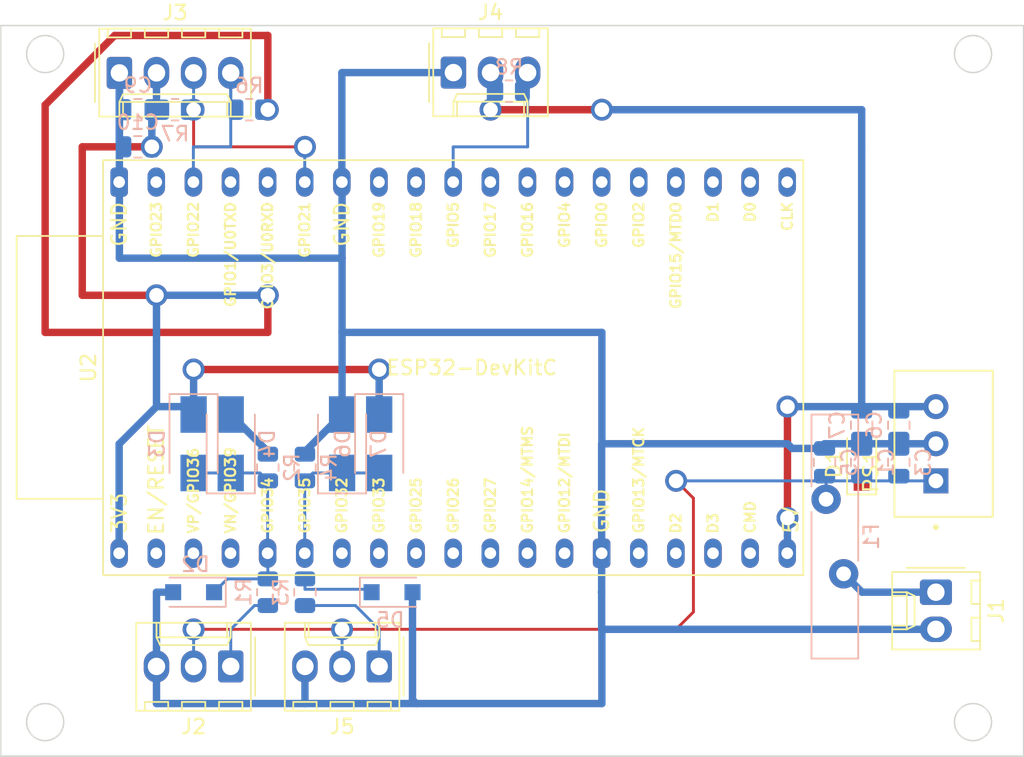
<source format=kicad_pcb>
(kicad_pcb (version 20211014) (generator pcbnew)
  (layers (0 "F.Cu" signal) (31 "B.Cu" signal) (34 "B.Paste" user) (35 "F.Paste" user) (36 "B.SilkS" user "B.Silkscreen") (37 "F.SilkS" user "F.Silkscreen") (38 "B.Mask" user) (39 "F.Mask" user) (44 "Edge.Cuts" user))
  (net 0 "")
  (net 1 "GND")
  (net 2 "/+5V")
  (net 3 "+3.3V")
  (net 4 "/AIN1")
  (net 5 "/VIN")
  (net 6 "/analog_in/AIN_LINE1")
  (net 7 "/I2C_SDA")
  (net 8 "/I2C_SCL")
  (net 30 "/1WIRE_DQ")
  (net 37 "/analog_in/AIN_LINE2")
  (net 39 "/AIN2")
  (net 40 "/VIN_PROTECTED")
  (footprint "Espressif:ESP32-DevKitC" (layer "F.Cu") (at 71.10204 78.61668 90)
    (fp_text reference "U2" (at 12.70368 -2.09728 90) (layer "F.SilkS"))
    (fp_text value "ESP32-DevKitC" (at 12.70368 24.13272) (layer "F.SilkS"))
    (fp_text user "D3" (at 1.27368 40.64272 90 unlocked) (layer "F.SilkS") (effects (font (size 0.7 0.7)) (justify left)))
    (fp_text user "GPIO26" (at 1.27368 22.86272 90 unlocked) (layer "F.SilkS") (effects (font (size 0.7 0.7)) (justify left)))
    (fp_text user "GPIO1/U0TXD" (at 24.13368 7.62272 90 unlocked) (layer "F.SilkS") (effects (font (size 0.7 0.7)) (justify right)))
    (fp_text user "GPIO5" (at 24.13368 22.86272 90 unlocked) (layer "F.SilkS") (effects (font (size 0.7 0.7)) (justify right)))
    (fp_text user "5V" (at 1.27 45.974 90 unlocked) (layer "F.SilkS") (effects (justify left)))
    (fp_text user "GPIO2" (at 24.13368 35.56272 90 unlocked) (layer "F.SilkS") (effects (font (size 0.7 0.7)) (justify right)))
    (fp_text user "GPIO33" (at 1.27368 17.78272 90 unlocked) (layer "F.SilkS") (effects (font (size 0.7 0.7)) (justify left)))
    (fp_text user "GPIO15/MTDO" (at 24.13368 38.10272 90 unlocked) (layer "F.SilkS") (effects (font (size 0.7 0.7)) (justify right)))
    (fp_text user "GPIO21" (at 24.13368 12.70272 90 unlocked) (layer "F.SilkS") (effects (font (size 0.7 0.7)) (justify right)))
    (fp_text user "GPIO23" (at 24.13368 2.54272 90 unlocked) (layer "F.SilkS") (effects (font (size 0.7 0.7)) (justify right)))
    (fp_text user "GPIO16" (at 24.13368 27.94272 90 unlocked) (layer "F.SilkS") (effects (font (size 0.7 0.7)) (justify right)))
    (fp_text user "GPIO12/MTDI" (at 1.27368 30.48272 90 unlocked) (layer "F.SilkS") (effects (font (size 0.7 0.7)) (justify left)))
    (fp_text user "GPIO25" (at 1.27368 20.32272 90 unlocked) (layer "F.SilkS") (effects (font (size 0.7 0.7)) (justify left)))
    (fp_text user "GPIO27" (at 1.27368 25.40272 90 unlocked) (layer "F.SilkS") (effects (font (size 0.7 0.7)) (justify left)))
    (fp_text user "3V3" (at 1.27368 0.00272 90 unlocked) (layer "F.SilkS") (effects (justify left)))
    (fp_text user "GPIO35" (at 1.27368 12.70272 90 unlocked) (layer "F.SilkS") (effects (font (size 0.7 0.7)) (justify left)))
    (fp_text user "GPIO18" (at 24.13368 20.32272 90 unlocked) (layer "F.SilkS") (effects (font (size 0.7 0.7)) (justify right)))
    (fp_text user "GND" (at 1.27368 33.02272 90 unlocked) (layer "F.SilkS") (effects (justify left)))
    (fp_text user "CMD" (at 1.27368 43.18272 90 unlocked) (layer "F.SilkS") (effects (font (size 0.7 0.7)) (justify left)))
    (fp_text user "GPIO32" (at 1.27368 15.24272 90 unlocked) (layer "F.SilkS") (effects (font (size 0.7 0.7)) (justify left)))
    (fp_text user "GPIO22" (at 24.13368 5.08272 90 unlocked) (layer "F.SilkS") (effects (font (size 0.7 0.7)) (justify right)))
    (fp_text user "D2" (at 1.27368 38.10272 90 unlocked) (layer "F.SilkS") (effects (font (size 0.7 0.7)) (justify left)))
    (fp_text user "GPIO13/MTCK" (at 1.27368 35.56272 90 unlocked) (layer "F.SilkS") (effects (font (size 0.7 0.7)) (justify left)))
    (fp_text user "EN/RESET" (at 8.89 2.54 90 unlocked) (layer "F.SilkS") (effects (justify right)))
    (fp_text user "GND" (at 24.13368 15.24272 90 unlocked) (layer "F.SilkS") (effects (justify right)))
    (fp_text user "D1" (at 24.13368 40.64272 90 unlocked) (layer "F.SilkS") (effects (font (size 0.7 0.7)) (justify right)))
    (fp_text user "GPIO14/MTMS" (at 1.27368 27.94272 90 unlocked) (layer "F.SilkS") (effects (font (size 0.7 0.7)) (justify left)))
    (fp_text user "CLK" (at 24.13368 45.72272 90 unlocked) (layer "F.SilkS") (effects (font (size 0.7 0.7)) (justify right)))
    (fp_text user "D0" (at 24.13368 43.18272 90 unlocked) (layer "F.SilkS") (effects (font (size 0.7 0.7)) (justify right)))
    (fp_text user "GPIO4" (at 24.13368 30.48272 90 unlocked) (layer "F.SilkS") (effects (font (size 0.7 0.7)) (justify right)))
    (fp_text user "GPIO0" (at 24.13368 33.02272 90 unlocked) (layer "F.SilkS") (effects (font (size 0.7 0.7)) (justify right)))
    (fp_text user "VP/GPIO36" (at 1.27368 5.08272 90 unlocked) (layer "F.SilkS") (effects (font (size 0.7 0.7)) (justify left)))
    (fp_text user "GPIO17" (at 24.13368 25.40272 90 unlocked) (layer "F.SilkS") (effects (font (size 0.7 0.7)) (justify right)))
    (fp_text user "GPIO3/U0RXD" (at 24.13368 10.16272 90 unlocked) (layer "F.SilkS") (effects (font (size 0.7 0.7)) (justify right)))
    (fp_text user "VN/GPIO39" (at 1.27368 7.62272 90 unlocked) (layer "F.SilkS") (effects (font (size 0.7 0.7)) (justify left)))
    (fp_text user "GPIO34" (at 1.27368 10.16272 90 unlocked) (layer "F.SilkS") (effects (font (size 0.7 0.7)) (justify left)))
    (fp_text user "GPIO19" (at 24.13368 17.78272 90 unlocked) (layer "F.SilkS") (effects (font (size 0.7 0.7)) (justify right)))
    (fp_text user "GND" (at 24.13368 0.00272 90 unlocked) (layer "F.SilkS") (effects (justify right)))
    (fp_line (start 3.7338 -1.1176) (end 3.7338 -7.0104) (layer "F.SilkS") (width 0.12))
    (fp_line (start -1.496319 -1.09728) (end -1.49632 46.82272) (layer "F.SilkS") (width 0.12))
    (fp_line (start 21.717 -7.0104) (end 21.717 -1.1176) (layer "F.SilkS") (width 0.12))
    (fp_line (start -1.49632 46.82272) (end 26.903679 46.82272) (layer "F.SilkS") (width 0.12))
    (fp_line (start 26.90368 -1.09728) (end -1.496319 -1.09728) (layer "F.SilkS") (width 0.12))
    (fp_line (start 26.903679 46.82272) (end 26.90368 -1.09728) (layer "F.SilkS") (width 0.12))
    (fp_line (start 3.7338 -7.0104) (end 21.717 -7.0104) (layer "F.SilkS") (width 0.12))
    (pad "1" thru_hole oval locked (at 0.00368 0.00272) (size 1.2 2) (drill 0.8) (layers *.Cu *.Mask) (net 3 "+3.3V"))
    (pad "2" thru_hole oval locked (at 0.00368 2.54272) (size 1.2 2) (drill 0.8) (layers *.Cu *.Mask))
    (pad "3" thru_hole oval locked (at 0.00368 5.08272) (size 1.2 2) (drill 0.8) (layers *.Cu *.Mask))
    (pad "4" thru_hole oval locked (at 0.00368 7.62272) (size 1.2 2) (drill 0.8) (layers *.Cu *.Mask))
    (pad "5" thru_hole oval locked (at 0.00368 10.16272) (size 1.2 2) (drill 0.8) (layers *.Cu *.Mask) (net 4 "/AIN1"))
    (pad "6" thru_hole oval locked (at 0.00368 12.70272) (size 1.2 2) (drill 0.8) (layers *.Cu *.Mask) (net 39 "/AIN2"))
    (pad "7" thru_hole oval locked (at 0.00368 15.24272) (size 1.2 2) (drill 0.8) (layers *.Cu *.Mask))
    (pad "8" thru_hole oval locked (at 0.00368 17.78272) (size 1.2 2) (drill 0.8) (layers *.Cu *.Mask))
    (pad "9" thru_hole oval locked (at 0.00368 20.32272) (size 1.2 2) (drill 0.8) (layers *.Cu *.Mask))
    (pad "10" thru_hole oval locked (at 0.00368 22.86272) (size 1.2 2) (drill 0.8) (layers *.Cu *.Mask))
    (pad "11" thru_hole oval locked (at 0.00368 25.40272) (size 1.2 2) (drill 0.8) (layers *.Cu *.Mask))
    (pad "12" thru_hole oval locked (at 0.00368 27.94272) (size 1.2 2) (drill 0.8) (layers *.Cu *.Mask))
    (pad "13" thru_hole oval locked (at 0.00368 30.48272) (size 1.2 2) (drill 0.8) (layers *.Cu *.Mask))
    (pad "14" thru_hole roundrect locked (at 0.00368 33.02272) (size 1.2 2) (drill 0.8) (layers *.Cu *.Mask) (net 1 "GND"))
    (pad "15" thru_hole oval locked (at 0.00368 35.56272) (size 1.2 2) (drill 0.8) (layers *.Cu *.Mask))
    (pad "16" thru_hole oval locked (at 0.00368 38.10272) (size 1.2 2) (drill 0.8) (layers *.Cu *.Mask))
    (pad "17" thru_hole oval locked (at 0.00368 40.64272) (size 1.2 2) (drill 0.8) (layers *.Cu *.Mask))
    (pad "18" thru_hole oval locked (at 0.00368 43.18272) (size 1.2 2) (drill 0.8) (layers *.Cu *.Mask))
    (pad "19" thru_hole oval locked (at 0.00368 45.72272) (size 1.2 2) (drill 0.8) (layers *.Cu *.Mask) (net 2 "/+5V"))
    (pad "20" thru_hole oval locked (at 25.4 45.72) (size 1.2 2) (drill 0.8) (layers *.Cu *.Mask))
    (pad "21" thru_hole oval locked (at 25.4 43.18) (size 1.2 2) (drill 0.8) (layers *.Cu *.Mask))
    (pad "22" thru_hole oval locked (at 25.40368 40.64272) (size 1.2 2) (drill 0.8) (layers *.Cu *.Mask))
    (pad "23" thru_hole oval locked (at 25.40368 38.10272) (size 1.2 2) (drill 0.8) (layers *.Cu *.Mask))
    (pad "24" thru_hole oval locked (at 25.40368 35.56272) (size 1.2 2) (drill 0.8) (layers *.Cu *.Mask))
    (pad "25" thru_hole oval locked (at 25.40368 33.02272) (size 1.2 2) (drill 0.8) (layers *.Cu *.Mask))
    (pad "26" thru_hole oval locked (at 25.40368 30.48272) (size 1.2 2) (drill 0.8) (layers *.Cu *.Mask))
    (pad "27" thru_hole oval locked (at 25.40368 27.94272) (size 1.2 2) (drill 0.8) (layers *.Cu *.Mask))
    (pad "28" thru_hole oval locked (at 25.40368 25.40272) (size 1.2 2) (drill 0.8) (layers *.Cu *.Mask))
    (pad "29" thru_hole oval locked (at 25.40368 22.86272) (size 1.2 2) (drill 0.8) (layers *.Cu *.Mask) (net 30 "/1WIRE_DQ"))
    (pad "30" thru_hole oval locked (at 25.40368 20.32272) (size 1.2 2) (drill 0.8) (layers *.Cu *.Mask))
    (pad "31" thru_hole oval locked (at 25.40368 17.78272) (size 1.2 2) (drill 0.8) (layers *.Cu *.Mask))
    (pad "32" thru_hole oval locked (at 25.40368 15.24272) (size 1.2 2) (drill 0.8) (layers *.Cu *.Mask) (net 1 "GND"))
    (pad "33" thru_hole oval locked (at 25.40368 12.70272) (size 1.2 2) (drill 0.8) (layers *.Cu *.Mask) (net 7 "/I2C_SDA"))
    (pad "34" thru_hole oval locked (at 25.40368 10.16272) (size 1.2 2) (drill 0.8) (layers *.Cu *.Mask))
    (pad "35" thru_hole oval locked (at 25.40368 7.62272) (size 1.2 2) (drill 0.8) (layers *.Cu *.Mask))
    (pad "36" thru_hole oval locked (at 25.40368 5.08272) (size 1.2 2) (drill 0.8) (layers *.Cu *.Mask) (net 8 "/I2C_SCL"))
    (pad "37" thru_hole oval locked (at 25.40368 2.54272) (size 1.2 2) (drill 0.8) (layers *.Cu *.Mask))
    (pad "38" thru_hole roundrect locked (at 25.40368 0.00272) (size 1.2 2) (drill 0.8) (layers *.Cu *.Mask) (net 1 "GND"))
  )
  (footprint "Connector_Molex:Molex_KK-254_AE-6410-03A_1x03_P2.54mm_Vertical" (layer "F.Cu") (at 88.9 86.36 180)
    (fp_text reference "J5" (at 2.54 -4.12) (layer "F.SilkS"))
    (fp_text value "Conn_01x04")
    (fp_line (start -1.38 2.99) (end 6.46 2.99) (layer "F.SilkS") (width 0.12))
    (fp_line (start 1.74 -3.03) (end 1.74 -2.43) (layer "F.SilkS") (width 0.12))
    (fp_line (start 6.46 2.99) (end 6.46 -3.03) (layer "F.SilkS") (width 0.12))
    (fp_line (start 0.8 -2.43) (end 0.8 -3.03) (layer "F.SilkS") (width 0.12))
    (fp_line (start -0.8 -2.43) (end 0.8 -2.43) (layer "F.SilkS") (width 0.12))
    (fp_line (start 6.46 -3.03) (end -1.38 -3.03) (layer "F.SilkS") (width 0.12))
    (fp_line (start 4.28 -3.03) (end 4.28 -2.43) (layer "F.SilkS") (width 0.12))
    (fp_line (start 4.28 -2.43) (end 5.88 -2.43) (layer "F.SilkS") (width 0.12))
    (fp_line (start 5.88 -2.43) (end 5.88 -3.03) (layer "F.SilkS") (width 0.12))
    (fp_line (start 4.83 1.46) (end 5.08 1.99) (layer "F.SilkS") (width 0.12))
    (fp_line (start 0 1.99) (end 5.08 1.99) (layer "F.SilkS") (width 0.12))
    (fp_line (start 0 1.99) (end 0.25 1.46) (layer "F.SilkS") (width 0.12))
    (fp_line (start 1.74 -2.43) (end 3.34 -2.43) (layer "F.SilkS") (width 0.12))
    (fp_line (start 3.34 -2.43) (end 3.34 -3.03) (layer "F.SilkS") (width 0.12))
    (fp_line (start 5.08 1.99) (end 5.08 2.99) (layer "F.SilkS") (width 0.12))
    (fp_line (start -0.8 -3.03) (end -0.8 -2.43) (layer "F.SilkS") (width 0.12))
    (fp_line (start 0 2.99) (end 0 1.99) (layer "F.SilkS") (width 0.12))
    (fp_line (start 0.25 1.46) (end 4.83 1.46) (layer "F.SilkS") (width 0.12))
    (fp_line (start 4.83 2.99) (end 4.83 1.99) (layer "F.SilkS") (width 0.12))
    (fp_line (start 0.25 2.99) (end 0.25 1.99) (layer "F.SilkS") (width 0.12))
    (fp_line (start -1.67 -2) (end -1.67 2) (layer "F.SilkS") (width 0.12))
    (fp_line (start -1.38 -3.03) (end -1.38 2.99) (layer "F.SilkS") (width 0.12))
    (pad "1" thru_hole roundrect (at 0 0 180) (size 1.74 2.19) (drill 1.19) (layers *.Cu *.Mask) (roundrect_rratio 0.143678) (net 37 "/analog_in/AIN_LINE2"))
    (pad "2" thru_hole oval (at 2.54 0 180) (size 1.74 2.19) (drill 1.19) (layers *.Cu *.Mask) (net 40 "/VIN_PROTECTED"))
    (pad "3" thru_hole oval (at 5.08 0 180) (size 1.74 2.19) (drill 1.19) (layers *.Cu *.Mask) (net 1 "GND"))
  )
  (footprint "Connector_Molex:Molex_KK-254_AE-6410-04A_1x04_P2.54mm_Vertical" (layer "F.Cu") (at 71.12 45.74)
    (fp_text reference "J3" (at 3.81 -4.12) (layer "F.SilkS"))
    (fp_text value "Conn_01x04")
    (fp_line (start 0.8 -2.43) (end 0.8 -3.03) (layer "F.SilkS") (width 0.12))
    (fp_line (start 6.82 -3.03) (end 6.82 -2.43) (layer "F.SilkS") (width 0.12))
    (fp_line (start -1.38 2.99) (end 9 2.99) (layer "F.SilkS") (width 0.12))
    (fp_line (start 9 2.99) (end 9 -3.03) (layer "F.SilkS") (width 0.12))
    (fp_line (start 8.42 -2.43) (end 8.42 -3.03) (layer "F.SilkS") (width 0.12))
    (fp_line (start 0.25 1.46) (end 7.37 1.46) (layer "F.SilkS") (width 0.12))
    (fp_line (start 0 1.99) (end 7.62 1.99) (layer "F.SilkS") (width 0.12))
    (fp_line (start -1.38 -3.03) (end -1.38 2.99) (layer "F.SilkS") (width 0.12))
    (fp_line (start -0.8 -2.43) (end 0.8 -2.43) (layer "F.SilkS") (width 0.12))
    (fp_line (start 5.88 -2.43) (end 5.88 -3.03) (layer "F.SilkS") (width 0.12))
    (fp_line (start 7.62 1.99) (end 7.62 2.99) (layer "F.SilkS") (width 0.12))
    (fp_line (start -1.67 -2) (end -1.67 2) (layer "F.SilkS") (width 0.12))
    (fp_line (start 7.37 2.99) (end 7.37 1.99) (layer "F.SilkS") (width 0.12))
    (fp_line (start 0 2.99) (end 0 1.99) (layer "F.SilkS") (width 0.12))
    (fp_line (start 3.34 -2.43) (end 3.34 -3.03) (layer "F.SilkS") (width 0.12))
    (fp_line (start 0 1.99) (end 0.25 1.46) (layer "F.SilkS") (width 0.12))
    (fp_line (start 1.74 -2.43) (end 3.34 -2.43) (layer "F.SilkS") (width 0.12))
    (fp_line (start 6.82 -2.43) (end 8.42 -2.43) (layer "F.SilkS") (width 0.12))
    (fp_line (start 4.28 -3.03) (end 4.28 -2.43) (layer "F.SilkS") (width 0.12))
    (fp_line (start 0.25 2.99) (end 0.25 1.99) (layer "F.SilkS") (width 0.12))
    (fp_line (start 4.28 -2.43) (end 5.88 -2.43) (layer "F.SilkS") (width 0.12))
    (fp_line (start -0.8 -3.03) (end -0.8 -2.43) (layer "F.SilkS") (width 0.12))
    (fp_line (start 9 -3.03) (end -1.38 -3.03) (layer "F.SilkS") (width 0.12))
    (fp_line (start 7.37 1.46) (end 7.62 1.99) (layer "F.SilkS") (width 0.12))
    (fp_line (start 1.74 -3.03) (end 1.74 -2.43) (layer "F.SilkS") (width 0.12))
    (pad "1" thru_hole roundrect (at 0 0) (size 1.74 2.19) (drill 1.19) (layers *.Cu *.Mask) (roundrect_rratio 0.143678) (net 1 "GND"))
    (pad "2" thru_hole oval (at 2.54 0) (size 1.74 2.19) (drill 1.19) (layers *.Cu *.Mask) (net 3 "+3.3V"))
    (pad "3" thru_hole oval (at 5.08 0) (size 1.74 2.19) (drill 1.19) (layers *.Cu *.Mask) (net 7 "/I2C_SDA"))
    (pad "4" thru_hole oval (at 7.62 0) (size 1.74 2.19) (drill 1.19) (layers *.Cu *.Mask) (net 8 "/I2C_SCL"))
  )
  (footprint "Diode_SMD:D_SOD-123F" (layer "F.Cu") (at 121.92 72.39 90)
    (fp_text reference "D1" (at -0.127 -1.905 90) (layer "F.SilkS"))
    (fp_text value "D_TVS_30V")
    (fp_line (start -2.2 -1) (end 1.65 -1) (layer "F.SilkS") (width 0.12))
    (fp_line (start -2.2 -1) (end -2.2 1) (layer "F.SilkS") (width 0.12))
    (fp_line (start -2.2 1) (end 1.65 1) (layer "F.SilkS") (width 0.12))
    (pad "1" smd rect (at -1.4 0 90) (size 1.1 1.1) (layers "F.Cu" "F.Paste" "F.Mask") (net 40 "/VIN_PROTECTED"))
    (pad "2" smd rect (at 1.4 0 90) (size 1.1 1.1) (layers "F.Cu" "F.Paste" "F.Mask") (net 1 "GND"))
  )
  (footprint "TPSM84205EAB:CONV_TPSM84205EAB" (layer "F.Cu") (at 127 71.12 90)
    (fp_text reference "PS1" (at -1.905 -4.445 90) (layer "F.SilkS"))
    (fp_text value "TPSM84205EAB")
    (fp_line (start -5 -2.84) (end -5 3.89) (layer "F.SilkS") (width 0.127))
    (fp_line (start -5 3.89) (end 5 3.89) (layer "F.SilkS") (width 0.127))
    (fp_line (start 5 3.89) (end 5 -2.84) (layer "F.SilkS") (width 0.127))
    (fp_line (start 5 -2.84) (end -5 -2.84) (layer "F.SilkS") (width 0.127))
    (fp_circle (center -5.715 0) (end -5.615 0) (layer "F.SilkS") (width 0.2) (fill none))
    (pad "1" thru_hole rect locked (at -2.54 0 90) (size 1.71 1.71) (drill 1.01) (layers *.Cu *.Mask) (net 40 "/VIN_PROTECTED"))
    (pad "2" thru_hole circle locked (at 0 0 90) (size 1.71 1.71) (drill 1.01) (layers *.Cu *.Mask) (net 1 "GND"))
    (pad "3" thru_hole circle locked (at 2.54 0 90) (size 1.71 1.71) (drill 1.01) (layers *.Cu *.Mask) (net 2 "/+5V"))
  )
  (footprint "Connector_Molex:Molex_KK-254_AE-6410-03A_1x03_P2.54mm_Vertical" (layer "F.Cu") (at 93.98 45.72)
    (fp_text reference "J4" (at 2.54 -4.12) (layer "F.SilkS"))
    (fp_text value "Conn_01x03")
    (fp_line (start 1.74 -2.43) (end 3.34 -2.43) (layer "F.SilkS") (width 0.12))
    (fp_line (start 0.25 1.46) (end 4.83 1.46) (layer "F.SilkS") (width 0.12))
    (fp_line (start -1.67 -2) (end -1.67 2) (layer "F.SilkS") (width 0.12))
    (fp_line (start 0 1.99) (end 5.08 1.99) (layer "F.SilkS") (width 0.12))
    (fp_line (start -0.8 -2.43) (end 0.8 -2.43) (layer "F.SilkS") (width 0.12))
    (fp_line (start -1.38 2.99) (end 6.46 2.99) (layer "F.SilkS") (width 0.12))
    (fp_line (start 5.08 1.99) (end 5.08 2.99) (layer "F.SilkS") (width 0.12))
    (fp_line (start 4.83 1.46) (end 5.08 1.99) (layer "F.SilkS") (width 0.12))
    (fp_line (start 4.28 -3.03) (end 4.28 -2.43) (layer "F.SilkS") (width 0.12))
    (fp_line (start -1.38 -3.03) (end -1.38 2.99) (layer "F.SilkS") (width 0.12))
    (fp_line (start 4.28 -2.43) (end 5.88 -2.43) (layer "F.SilkS") (width 0.12))
    (fp_line (start 0.25 2.99) (end 0.25 1.99) (layer "F.SilkS") (width 0.12))
    (fp_line (start 6.46 2.99) (end 6.46 -3.03) (layer "F.SilkS") (width 0.12))
    (fp_line (start 6.46 -3.03) (end -1.38 -3.03) (layer "F.SilkS") (width 0.12))
    (fp_line (start -0.8 -3.03) (end -0.8 -2.43) (layer "F.SilkS") (width 0.12))
    (fp_line (start 0 2.99) (end 0 1.99) (layer "F.SilkS") (width 0.12))
    (fp_line (start 4.83 2.99) (end 4.83 1.99) (layer "F.SilkS") (width 0.12))
    (fp_line (start 1.74 -3.03) (end 1.74 -2.43) (layer "F.SilkS") (width 0.12))
    (fp_line (start 3.34 -2.43) (end 3.34 -3.03) (layer "F.SilkS") (width 0.12))
    (fp_line (start 0 1.99) (end 0.25 1.46) (layer "F.SilkS") (width 0.12))
    (fp_line (start 0.8 -2.43) (end 0.8 -3.03) (layer "F.SilkS") (width 0.12))
    (fp_line (start 5.88 -2.43) (end 5.88 -3.03) (layer "F.SilkS") (width 0.12))
    (pad "1" thru_hole roundrect (at 0 0) (size 1.74 2.19) (drill 1.19) (layers *.Cu *.Mask) (roundrect_rratio 0.143678) (net 1 "GND"))
    (pad "2" thru_hole oval (at 2.54 0) (size 1.74 2.19) (drill 1.19) (layers *.Cu *.Mask) (net 2 "/+5V"))
    (pad "3" thru_hole oval (at 5.08 0) (size 1.74 2.19) (drill 1.19) (layers *.Cu *.Mask) (net 30 "/1WIRE_DQ"))
  )
  (footprint "Connector_Molex:Molex_KK-254_AE-6410-02A_1x02_P2.54mm_Vertical" (layer "F.Cu") (at 127 81.28 -90)
    (fp_text reference "J1" (at 1.27 -4.12 90) (layer "F.SilkS"))
    (fp_text value "Conn_01x02")
    (fp_line (start 3.34 -2.43) (end 3.34 -3.03) (layer "F.SilkS") (width 0.12))
    (fp_line (start -1.38 2.99) (end 3.92 2.99) (layer "F.SilkS") (width 0.12))
    (fp_line (start -0.8 -3.03) (end -0.8 -2.43) (layer "F.SilkS") (width 0.12))
    (fp_line (start 0 1.99) (end 2.54 1.99) (layer "F.SilkS") (width 0.12))
    (fp_line (start 2.29 2.99) (end 2.29 1.99) (layer "F.SilkS") (width 0.12))
    (fp_line (start 0 2.99) (end 0 1.99) (layer "F.SilkS") (width 0.12))
    (fp_line (start 0.25 1.46) (end 2.29 1.46) (layer "F.SilkS") (width 0.12))
    (fp_line (start 3.92 -3.03) (end -1.38 -3.03) (layer "F.SilkS") (width 0.12))
    (fp_line (start 2.29 1.46) (end 2.54 1.99) (layer "F.SilkS") (width 0.12))
    (fp_line (start 0.25 2.99) (end 0.25 1.99) (layer "F.SilkS") (width 0.12))
    (fp_line (start -1.67 -2) (end -1.67 2) (layer "F.SilkS") (width 0.12))
    (fp_line (start 2.54 1.99) (end 2.54 2.99) (layer "F.SilkS") (width 0.12))
    (fp_line (start -0.8 -2.43) (end 0.8 -2.43) (layer "F.SilkS") (width 0.12))
    (fp_line (start 3.92 2.99) (end 3.92 -3.03) (layer "F.SilkS") (width 0.12))
    (fp_line (start 1.74 -3.03) (end 1.74 -2.43) (layer "F.SilkS") (width 0.12))
    (fp_line (start 1.74 -2.43) (end 3.34 -2.43) (layer "F.SilkS") (width 0.12))
    (fp_line (start 0 1.99) (end 0.25 1.46) (layer "F.SilkS") (width 0.12))
    (fp_line (start 0.8 -2.43) (end 0.8 -3.03) (layer "F.SilkS") (width 0.12))
    (fp_line (start -1.38 -3.03) (end -1.38 2.99) (layer "F.SilkS") (width 0.12))
    (pad "1" thru_hole roundrect (at 0 0 270) (size 1.74 2.19) (drill 1.19) (layers *.Cu *.Mask) (roundrect_rratio 0.143678) (net 5 "/VIN"))
    (pad "2" thru_hole oval (at 2.54 0 270) (size 1.74 2.19) (drill 1.19) (layers *.Cu *.Mask) (net 1 "GND"))
  )
  (footprint "Connector_Molex:Molex_KK-254_AE-6410-03A_1x03_P2.54mm_Vertical" (layer "F.Cu") (at 78.74 86.36 180)
    (fp_text reference "J2" (at 2.54 -4.12) (layer "F.SilkS"))
    (fp_text value "Conn_01x04")
    (fp_line (start 5.08 1.99) (end 5.08 2.99) (layer "F.SilkS") (width 0.12))
    (fp_line (start -1.38 -3.03) (end -1.38 2.99) (layer "F.SilkS") (width 0.12))
    (fp_line (start 5.88 -2.43) (end 5.88 -3.03) (layer "F.SilkS") (width 0.12))
    (fp_line (start 1.74 -3.03) (end 1.74 -2.43) (layer "F.SilkS") (width 0.12))
    (fp_line (start 0 1.99) (end 5.08 1.99) (layer "F.SilkS") (width 0.12))
    (fp_line (start 4.83 1.46) (end 5.08 1.99) (layer "F.SilkS") (width 0.12))
    (fp_line (start -1.38 2.99) (end 6.46 2.99) (layer "F.SilkS") (width 0.12))
    (fp_line (start 6.46 -3.03) (end -1.38 -3.03) (layer "F.SilkS") (width 0.12))
    (fp_line (start -1.67 -2) (end -1.67 2) (layer "F.SilkS") (width 0.12))
    (fp_line (start -0.8 -3.03) (end -0.8 -2.43) (layer "F.SilkS") (width 0.12))
    (fp_line (start 6.46 2.99) (end 6.46 -3.03) (layer "F.SilkS") (width 0.12))
    (fp_line (start 0 2.99) (end 0 1.99) (layer "F.SilkS") (width 0.12))
    (fp_line (start 3.34 -2.43) (end 3.34 -3.03) (layer "F.SilkS") (width 0.12))
    (fp_line (start 4.28 -2.43) (end 5.88 -2.43) (layer "F.SilkS") (width 0.12))
    (fp_line (start 0.8 -2.43) (end 0.8 -3.03) (layer "F.SilkS") (width 0.12))
    (fp_line (start 1.74 -2.43) (end 3.34 -2.43) (layer "F.SilkS") (width 0.12))
    (fp_line (start 4.83 2.99) (end 4.83 1.99) (layer "F.SilkS") (width 0.12))
    (fp_line (start 0.25 2.99) (end 0.25 1.99) (layer "F.SilkS") (width 0.12))
    (fp_line (start 0 1.99) (end 0.25 1.46) (layer "F.SilkS") (width 0.12))
    (fp_line (start 4.28 -3.03) (end 4.28 -2.43) (layer "F.SilkS") (width 0.12))
    (fp_line (start 0.25 1.46) (end 4.83 1.46) (layer "F.SilkS") (width 0.12))
    (fp_line (start -0.8 -2.43) (end 0.8 -2.43) (layer "F.SilkS") (width 0.12))
    (pad "1" thru_hole roundrect (at 0 0 180) (size 1.74 2.19) (drill 1.19) (layers *.Cu *.Mask) (roundrect_rratio 0.143678) (net 6 "/analog_in/AIN_LINE1"))
    (pad "2" thru_hole oval (at 2.54 0 180) (size 1.74 2.19) (drill 1.19) (layers *.Cu *.Mask) (net 40 "/VIN_PROTECTED"))
    (pad "3" thru_hole oval (at 5.08 0 180) (size 1.74 2.19) (drill 1.19) (layers *.Cu *.Mask) (net 1 "GND"))
  )
  (footprint "Capacitor_SMD:C_0805_2012Metric" (layer "B.Cu") (at 124.46 72.39 90)
    (fp_text reference "C3" (at 0 1.68 90) (layer "B.SilkS") (effects (justify mirror)))
    (fp_text value "10uF/50V")
    (fp_line (start -0.261252 0.735) (end 0.261252 0.735) (layer "B.SilkS") (width 0.12))
    (fp_line (start -0.261252 -0.735) (end 0.261252 -0.735) (layer "B.SilkS") (width 0.12))
    (pad "1" smd roundrect (at -0.95 0 90) (size 1 1.45) (layers "B.Cu" "B.Paste" "B.Mask") (net 40 "/VIN_PROTECTED"))
    (pad "2" smd roundrect (at 0.95 0 90) (size 1 1.45) (layers "B.Cu" "B.Paste" "B.Mask") (net 1 "GND"))
  )
  (footprint "Resistor_SMD:R_0805_2012Metric" (layer "B.Cu") (at 81.28 72.7475 90)
    (fp_text reference "R2" (at 0 1.65 90) (layer "B.SilkS") (effects (justify mirror)))
    (fp_text value "680")
    (fp_line (start -0.227064 -0.735) (end 0.227064 -0.735) (layer "B.SilkS") (width 0.12))
    (fp_line (start -0.227064 0.735) (end 0.227064 0.735) (layer "B.SilkS") (width 0.12))
    (pad "1" smd roundrect (at -0.9125 0 90) (size 1.025 1.4) (layers "B.Cu" "B.Paste" "B.Mask") (roundrect_rratio 0.243902) (net 4 "/AIN1"))
    (pad "2" smd roundrect (at 0.9125 0 90) (size 1.025 1.4) (layers "B.Cu" "B.Paste" "B.Mask") (roundrect_rratio 0.243902) (net 1 "GND"))
  )
  (footprint "Capacitor_SMD:C_0805_2012Metric" (layer "B.Cu") (at 124.46 69.85 -90)
    (fp_text reference "C6" (at 0 1.68 90) (layer "B.SilkS") (effects (justify mirror)))
    (fp_text value "47uF")
    (fp_line (start -0.261252 0.735) (end 0.261252 0.735) (layer "B.SilkS") (width 0.12))
    (fp_line (start -0.261252 -0.735) (end 0.261252 -0.735) (layer "B.SilkS") (width 0.12))
    (pad "1" smd roundrect (at -0.95 0 270) (size 1 1.45) (layers "B.Cu" "B.Paste" "B.Mask") (net 2 "/+5V"))
    (pad "2" smd roundrect (at 0.95 0 270) (size 1 1.45) (layers "B.Cu" "B.Paste" "B.Mask") (net 1 "GND"))
  )
  (footprint "Capacitor_SMD:C_0805_2012Metric" (layer "B.Cu") (at 121.92 69.85 -90)
    (fp_text reference "C7" (at 0 1.68 90) (layer "B.SilkS") (effects (justify mirror)))
    (fp_text value "47uF")
    (fp_line (start -0.261252 0.735) (end 0.261252 0.735) (layer "B.SilkS") (width 0.12))
    (fp_line (start -0.261252 -0.735) (end 0.261252 -0.735) (layer "B.SilkS") (width 0.12))
    (pad "1" smd roundrect (at -0.95 0 270) (size 1 1.45) (layers "B.Cu" "B.Paste" "B.Mask") (net 2 "/+5V"))
    (pad "2" smd roundrect (at 0.95 0 270) (size 1 1.45) (layers "B.Cu" "B.Paste" "B.Mask") (net 1 "GND"))
  )
  (footprint "Resistor_SMD:R_0805_2012Metric" (layer "B.Cu") (at 83.82 72.7475 90)
    (fp_text reference "R4" (at 0 1.65 90) (layer "B.SilkS") (effects (justify mirror)))
    (fp_text value "680")
    (fp_line (start -0.227064 -0.735) (end 0.227064 -0.735) (layer "B.SilkS") (width 0.12))
    (fp_line (start -0.227064 0.735) (end 0.227064 0.735) (layer "B.SilkS") (width 0.12))
    (pad "1" smd roundrect (at -0.9125 0 90) (size 1.025 1.4) (layers "B.Cu" "B.Paste" "B.Mask") (roundrect_rratio 0.243902) (net 39 "/AIN2"))
    (pad "2" smd roundrect (at 0.9125 0 90) (size 1.025 1.4) (layers "B.Cu" "B.Paste" "B.Mask") (roundrect_rratio 0.243902) (net 1 "GND"))
  )
  (footprint "Diode_SMD:D_SMA" (layer "B.Cu") (at 78.74 71.12 90)
    (fp_text reference "D4" (at 0 2.5 90) (layer "B.SilkS") (effects (justify mirror)))
    (fp_text value "D_SCHOTTKY_40V")
    (fp_line (start -3.4 1.65) (end 2 1.65) (layer "B.SilkS") (width 0.12))
    (fp_line (start -3.4 -1.65) (end 2 -1.65) (layer "B.SilkS") (width 0.12))
    (fp_line (start -3.4 1.65) (end -3.4 -1.65) (layer "B.SilkS") (width 0.12))
    (pad "1" smd rect (at -2 0 90) (size 2.5 1.8) (layers "B.Cu" "B.Paste" "B.Mask") (net 4 "/AIN1"))
    (pad "2" smd rect (at 2 0 90) (size 2.5 1.8) (layers "B.Cu" "B.Paste" "B.Mask") (net 1 "GND"))
  )
  (footprint "Capacitor_SMD:C_0805_2012Metric" (layer "B.Cu") (at 119.38 72.39 90)
    (fp_text reference "C5" (at 0 1.68 90) (layer "B.SilkS") (effects (justify mirror)))
    (fp_text value "0.1uF/50V")
    (fp_line (start -0.261252 -0.735) (end 0.261252 -0.735) (layer "B.SilkS") (width 0.12))
    (fp_line (start -0.261252 0.735) (end 0.261252 0.735) (layer "B.SilkS") (width 0.12))
    (pad "1" smd roundrect (at -0.95 0 90) (size 1 1.45) (layers "B.Cu" "B.Paste" "B.Mask") (net 40 "/VIN_PROTECTED"))
    (pad "2" smd roundrect (at 0.95 0 90) (size 1 1.45) (layers "B.Cu" "B.Paste" "B.Mask") (net 1 "GND"))
  )
  (footprint "Resistor_SMD:R_0805_2012Metric" (layer "B.Cu") (at 81.28 81.28 -90)
    (fp_text reference "R1" (at 0 1.65 90) (layer "B.SilkS") (effects (justify mirror)))
    (fp_text value "1k")
    (fp_line (start -0.227064 0.735) (end 0.227064 0.735) (layer "B.SilkS") (width 0.12))
    (fp_line (start -0.227064 -0.735) (end 0.227064 -0.735) (layer "B.SilkS") (width 0.12))
    (pad "1" smd roundrect (at -0.9125 0 270) (size 1.025 1.4) (layers "B.Cu" "B.Paste" "B.Mask") (roundrect_rratio 0.243902) (net 4 "/AIN1"))
    (pad "2" smd roundrect (at 0.9125 0 270) (size 1.025 1.4) (layers "B.Cu" "B.Paste" "B.Mask") (roundrect_rratio 0.243902) (net 6 "/analog_in/AIN_LINE1"))
  )
  (footprint "Capacitor_SMD:C_0805_2012Metric" (layer "B.Cu") (at 72.39 50.8 180)
    (fp_text reference "C10" (at 0 1.68) (layer "B.SilkS") (effects (justify mirror)))
    (fp_text value "10uF")
    (fp_line (start -0.261252 -0.735) (end 0.261252 -0.735) (layer "B.SilkS") (width 0.12))
    (fp_line (start -0.261252 0.735) (end 0.261252 0.735) (layer "B.SilkS") (width 0.12))
    (pad "1" smd roundrect (at -0.95 0 180) (size 1 1.45) (layers "B.Cu" "B.Paste" "B.Mask") (net 3 "+3.3V"))
    (pad "2" smd roundrect (at 0.95 0 180) (size 1 1.45) (layers "B.Cu" "B.Paste" "B.Mask") (net 1 "GND"))
  )
  (footprint "Resistor_SMD:R_0805_2012Metric" (layer "B.Cu") (at 97.79 46.99 180)
    (fp_text reference "R8" (at 0 1.65) (layer "B.SilkS") (effects (justify mirror)))
    (fp_text value "4.7k")
    (fp_line (start -0.227064 0.735) (end 0.227064 0.735) (layer "B.SilkS") (width 0.12))
    (fp_line (start -0.227064 -0.735) (end 0.227064 -0.735) (layer "B.SilkS") (width 0.12))
    (pad "1" smd roundrect (at -0.9125 0 180) (size 1.025 1.4) (layers "B.Cu" "B.Paste" "B.Mask") (roundrect_rratio 0.243902) (net 30 "/1WIRE_DQ"))
    (pad "2" smd roundrect (at 0.9125 0 180) (size 1.025 1.4) (layers "B.Cu" "B.Paste" "B.Mask") (roundrect_rratio 0.243902) (net 2 "/+5V"))
  )
  (footprint "Diode_SMD:D_SOD-123F" (layer "B.Cu") (at 76.2 81.28 180)
    (fp_text reference "D2" (at -0.127 1.905) (layer "B.SilkS") (effects (justify mirror)))
    (fp_text value "D_TVS_30V")
    (fp_line (start -2.2 1) (end -2.2 -1) (layer "B.SilkS") (width 0.12))
    (fp_line (start -2.2 -1) (end 1.65 -1) (layer "B.SilkS") (width 0.12))
    (fp_line (start -2.2 1) (end 1.65 1) (layer "B.SilkS") (width 0.12))
    (pad "1" smd rect (at -1.4 0 180) (size 1.1 1.1) (layers "B.Cu" "B.Paste" "B.Mask") (net 4 "/AIN1"))
    (pad "2" smd rect (at 1.4 0 180) (size 1.1 1.1) (layers "B.Cu" "B.Paste" "B.Mask") (net 1 "GND"))
  )
  (footprint "Capacitor_SMD:C_0805_2012Metric" (layer "B.Cu") (at 121.92 72.39 90)
    (fp_text reference "C1" (at 0 1.68 90) (layer "B.SilkS") (effects (justify mirror)))
    (fp_text value "100uF/50V")
    (fp_line (start -0.261252 0.735) (end 0.261252 0.735) (layer "B.SilkS") (width 0.12))
    (fp_line (start -0.261252 -0.735) (end 0.261252 -0.735) (layer "B.SilkS") (width 0.12))
    (pad "1" smd roundrect (at -0.95 0 90) (size 1 1.45) (layers "B.Cu" "B.Paste" "B.Mask") (net 40 "/VIN_PROTECTED"))
    (pad "2" smd roundrect (at 0.95 0 90) (size 1 1.45) (layers "B.Cu" "B.Paste" "B.Mask") (net 1 "GND"))
  )
  (footprint "Resistor_SMD:R_0805_2012Metric" (layer "B.Cu") (at 83.82 81.28 -90)
    (fp_text reference "R3" (at 0 1.65 90) (layer "B.SilkS") (effects (justify mirror)))
    (fp_text value "1k")
    (fp_line (start -0.227064 0.735) (end 0.227064 0.735) (layer "B.SilkS") (width 0.12))
    (fp_line (start -0.227064 -0.735) (end 0.227064 -0.735) (layer "B.SilkS") (width 0.12))
    (pad "1" smd roundrect (at -0.9125 0 270) (size 1.025 1.4) (layers "B.Cu" "B.Paste" "B.Mask") (roundrect_rratio 0.243902) (net 39 "/AIN2"))
    (pad "2" smd roundrect (at 0.9125 0 270) (size 1.025 1.4) (layers "B.Cu" "B.Paste" "B.Mask") (roundrect_rratio 0.243902) (net 37 "/analog_in/AIN_LINE2"))
  )
  (footprint "Diode_SMD:D_SMA" (layer "B.Cu") (at 76.2 71.12 -90)
    (fp_text reference "D3" (at 0 2.5 90) (layer "B.SilkS") (effects (justify mirror)))
    (fp_text value "D_SCHOTTKY_40V")
    (fp_line (start -3.4 1.65) (end -3.4 -1.65) (layer "B.SilkS") (width 0.12))
    (fp_line (start -3.4 1.65) (end 2 1.65) (layer "B.SilkS") (width 0.12))
    (fp_line (start -3.4 -1.65) (end 2 -1.65) (layer "B.SilkS") (width 0.12))
    (pad "1" smd rect (at -2 0 270) (size 2.5 1.8) (layers "B.Cu" "B.Paste" "B.Mask") (net 3 "+3.3V"))
    (pad "2" smd rect (at 2 0 270) (size 2.5 1.8) (layers "B.Cu" "B.Paste" "B.Mask") (net 4 "/AIN1"))
  )
  (footprint "Diode_SMD:D_SMA" (layer "B.Cu") (at 86.36 71.12 90)
    (fp_text reference "D7" (at 0 2.5 90) (layer "B.SilkS") (effects (justify mirror)))
    (fp_text value "D_SCHOTTKY_40V")
    (fp_line (start -3.4 -1.65) (end 2 -1.65) (layer "B.SilkS") (width 0.12))
    (fp_line (start -3.4 1.65) (end -3.4 -1.65) (layer "B.SilkS") (width 0.12))
    (fp_line (start -3.4 1.65) (end 2 1.65) (layer "B.SilkS") (width 0.12))
    (pad "1" smd rect (at -2 0 90) (size 2.5 1.8) (layers "B.Cu" "B.Paste" "B.Mask") (net 39 "/AIN2"))
    (pad "2" smd rect (at 2 0 90) (size 2.5 1.8) (layers "B.Cu" "B.Paste" "B.Mask") (net 1 "GND"))
  )
  (footprint "Resistor_SMD:R_0805_2012Metric" (layer "B.Cu") (at 80.01 48.26 180)
    (fp_text reference "R6" (at 0 1.65) (layer "B.SilkS") (effects (justify mirror)))
    (fp_text value "2.7k")
    (fp_line (start -0.227064 0.735) (end 0.227064 0.735) (layer "B.SilkS") (width 0.12))
    (fp_line (start -0.227064 -0.735) (end 0.227064 -0.735) (layer "B.SilkS") (width 0.12))
    (pad "1" smd roundrect (at -0.9125 0 180) (size 1.025 1.4) (layers "B.Cu" "B.Paste" "B.Mask") (roundrect_rratio 0.243902) (net 3 "+3.3V"))
    (pad "2" smd roundrect (at 0.9125 0 180) (size 1.025 1.4) (layers "B.Cu" "B.Paste" "B.Mask") (roundrect_rratio 0.243902) (net 8 "/I2C_SCL"))
  )
  (footprint "Diode_SMD:D_SOD-123F" (layer "B.Cu") (at 89.78 81.28)
    (fp_text reference "D5" (at -0.127 1.905) (layer "B.SilkS") (effects (justify mirror)))
    (fp_text value "D_TVS_30V")
    (fp_line (start -2.2 -1) (end 1.65 -1) (layer "B.SilkS") (width 0.12))
    (fp_line (start -2.2 1) (end -2.2 -1) (layer "B.SilkS") (width 0.12))
    (fp_line (start -2.2 1) (end 1.65 1) (layer "B.SilkS") (width 0.12))
    (pad "1" smd rect (at -1.4 0) (size 1.1 1.1) (layers "B.Cu" "B.Paste" "B.Mask") (net 39 "/AIN2"))
    (pad "2" smd rect (at 1.4 0) (size 1.1 1.1) (layers "B.Cu" "B.Paste" "B.Mask") (net 1 "GND"))
  )
  (footprint "Fuse:Fuse_Bourns_MF-RG1000" (layer "B.Cu") (at 120.685 80.02 90)
    (fp_text reference "F1" (at 2.55 1.9 90) (layer "B.SilkS") (effects (justify mirror)))
    (fp_text value "Polyfuse_5A")
    (fp_line (start -5.8 -2.2) (end 4.222 -2.2) (layer "B.SilkS") (width 0.12))
    (fp_line (start -5.8 1) (end -5.8 -2.2) (layer "B.SilkS") (width 0.12))
    (fp_line (start -5.8 1) (end -0.879 1) (layer "B.SilkS") (width 0.12))
    (fp_line (start 10.9 1) (end 10.9 -2.2) (layer "B.SilkS") (width 0.12))
    (fp_line (start 0.879 1) (end 10.9 1) (layer "B.SilkS") (width 0.12))
    (fp_line (start 5.979 -2.2) (end 10.9 -2.2) (layer "B.SilkS") (width 0.12))
    (pad "1" thru_hole circle (at 0 0 90) (size 2.01 2.01) (drill 1.01) (layers *.Cu *.Mask) (net 5 "/VIN"))
    (pad "2" thru_hole circle (at 5.1 -1.2 90) (size 2.01 2.01) (drill 1.01) (layers *.Cu *.Mask) (net 40 "/VIN_PROTECTED"))
  )
  (footprint "Capacitor_SMD:C_0805_2012Metric" (layer "B.Cu") (at 72.39 48.26 180)
    (fp_text reference "C9" (at 0 1.68) (layer "B.SilkS") (effects (justify mirror)))
    (fp_text value "10uF")
    (fp_line (start -0.261252 0.735) (end 0.261252 0.735) (layer "B.SilkS") (width 0.12))
    (fp_line (start -0.261252 -0.735) (end 0.261252 -0.735) (layer "B.SilkS") (width 0.12))
    (pad "1" smd roundrect (at -0.95 0 180) (size 1 1.45) (layers "B.Cu" "B.Paste" "B.Mask") (net 3 "+3.3V"))
    (pad "2" smd roundrect (at 0.95 0 180) (size 1 1.45) (layers "B.Cu" "B.Paste" "B.Mask") (net 1 "GND"))
  )
  (footprint "Diode_SMD:D_SMA" (layer "B.Cu") (at 88.9 71.12 -90)
    (fp_text reference "D6" (at 0 2.5 90) (layer "B.SilkS") (effects (justify mirror)))
    (fp_text value "D_SCHOTTKY_40V")
    (fp_line (start -3.4 1.65) (end -3.4 -1.65) (layer "B.SilkS") (width 0.12))
    (fp_line (start -3.4 -1.65) (end 2 -1.65) (layer "B.SilkS") (width 0.12))
    (fp_line (start -3.4 1.65) (end 2 1.65) (layer "B.SilkS") (width 0.12))
    (pad "1" smd rect (at -2 0 270) (size 2.5 1.8) (layers "B.Cu" "B.Paste" "B.Mask") (net 3 "+3.3V"))
    (pad "2" smd rect (at 2 0 270) (size 2.5 1.8) (layers "B.Cu" "B.Paste" "B.Mask") (net 39 "/AIN2"))
  )
  (footprint "Resistor_SMD:R_0805_2012Metric" (layer "B.Cu") (at 74.93 48.26)
    (fp_text reference "R7" (at 0 1.65) (layer "B.SilkS") (effects (justify mirror)))
    (fp_text value "2.7k")
    (fp_line (start -0.227064 -0.735) (end 0.227064 -0.735) (layer "B.SilkS") (width 0.12))
    (fp_line (start -0.227064 0.735) (end 0.227064 0.735) (layer "B.SilkS") (width 0.12))
    (pad "1" smd roundrect (at -0.9125 0) (size 1.025 1.4) (layers "B.Cu" "B.Paste" "B.Mask") (roundrect_rratio 0.243902) (net 3 "+3.3V"))
    (pad "2" smd roundrect (at 0.9125 0) (size 1.025 1.4) (layers "B.Cu" "B.Paste" "B.Mask") (roundrect_rratio 0.243902) (net 7 "/I2C_SDA"))
  )
  (gr_circle (center 66.04 90.17) (end 67.31 90.17) (layer "Edge.Cuts") (width 0.1) (fill none))
  (gr_circle (center 129.54 44.45) (end 130.81 44.45) (layer "Edge.Cuts") (width 0.1) (fill none))
  (gr_circle (center 66.04 44.45) (end 67.31 44.45) (layer "Edge.Cuts") (width 0.1) (fill none))
  (gr_circle (center 129.54 90.17) (end 130.81 90.17) (layer "Edge.Cuts") (width 0.1) (fill none))
  (gr_rect (start 63 42.5) (end 133 92.5) (layer "Edge.Cuts") (width 0.1) (fill none))
  (via (at 104.14 78.74) (size 0.8) (drill 0.4) (layers "F.Cu" "B.Cu") (net 1))
  (segment (start 127 71.12) (end 119.38 71.12) (width 0.508) (layer "B.Cu") (net 1))
  (segment (start 104.14 88.9) (end 91.44 88.9) (width 0.508) (layer "B.Cu") (net 1))
  (segment (start 104.12476 83.80476) (end 104.12476 81.26476) (width 0.508) (layer "B.Cu") (net 1))
  (segment (start 71.12 45.74) (end 71.12 47.94) (width 0.508) (layer "B.Cu") (net 1))
  (segment (start 71.10476 53.213) (end 71.12 53.22824) (width 0.508) (layer "B.Cu") (net 1))
  (segment (start 104.14 83.82) (end 104.12476 83.80476) (width 0.508) (layer "B.Cu") (net 1))
  (segment (start 71.12 53.19776) (end 71.10476 53.213) (width 0.508) (layer "B.Cu") (net 1))
  (segment (start 91.18 81.28) (end 91.18 88.64) (width 0.508) (layer "B.Cu") (net 1))
  (segment (start 86.34476 45.73524) (end 86.34476 53.213) (width 0.508) (layer "B.Cu") (net 1))
  (segment (start 104.12476 81.26476) (end 104.12476 78.613) (width 0.508) (layer "B.Cu") (net 1))
  (segment (start 127 83.82) (end 104.14 83.82) (width 0.508) (layer "B.Cu") (net 1))
  (segment (start 73.66 81.28) (end 73.66 86.36) (width 0.508) (layer "B.Cu") (net 1))
  (segment (start 83.82 88.9) (end 83.82 86.36) (width 0.508) (layer "B.Cu") (net 1))
  (segment (start 83.82 71.66) (end 86.36 69.12) (width 0.508) (layer "B.Cu") (net 1))
  (segment (start 71.12 53.22824) (end 71.12 58.42) (width 0.508) (layer "B.Cu") (net 1))
  (segment (start 91.18 88.64) (end 91.44 88.9) (width 0.508) (layer "B.Cu") (net 1))
  (segment (start 93.98 45.72) (end 86.36 45.72) (width 0.508) (layer "B.Cu") (net 1))
  (segment (start 86.36 58.42) (end 86.36 53.22824) (width 0.508) (layer "B.Cu") (net 1))
  (segment (start 116.84 71.12) (end 104.14 71.12) (width 0.508) (layer "B.Cu") (net 1))
  (segment (start 104.14 71.12) (end 104.12476 71.13524) (width 0.508) (layer "B.Cu") (net 1))
  (segment (start 86.36 45.72) (end 86.34476 45.73524) (width 0.508) (layer "B.Cu") (net 1))
  (segment (start 104.14 83.82) (end 104.14 88.9) (width 0.508) (layer "B.Cu") (net 1))
  (segment (start 104.14 71.12) (end 104.14 63.5) (width 0.508) (layer "B.Cu") (net 1))
  (segment (start 104.10952 81.28) (end 104.12476 81.26476) (width 0.508) (layer "B.Cu") (net 1))
  (segment (start 71.12 45.74) (end 71.12 53.19776) (width 0.508) (layer "B.Cu") (net 1))
  (segment (start 104.14 63.5) (end 86.36 63.5) (width 0.508) (layer "B.Cu") (net 1))
  (segment (start 86.36 69.12) (end 86.36 63.5) (width 0.508) (layer "B.Cu") (net 1))
  (segment (start 71.12 58.42) (end 86.36 58.42) (width 0.508) (layer "B.Cu") (net 1))
  (segment (start 78.74 69.12) (end 81.28 71.66) (width 0.508) (layer "B.Cu") (net 1))
  (segment (start 117.16 71.44) (end 116.84 71.12) (width 0.508) (layer "B.Cu") (net 1))
  (segment (start 86.36 53.22824) (end 86.34476 53.213) (width 0.508) (layer "B.Cu") (net 1))
  (segment (start 71.12 50.48) (end 71.44 50.8) (width 0.508) (layer "B.Cu") (net 1))
  (segment (start 83.82 88.9) (end 73.66 88.9) (width 0.508) (layer "B.Cu") (net 1))
  (segment (start 119.38 71.44) (end 117.16 71.44) (width 0.508) (layer "B.Cu") (net 1))
  (segment (start 119.38 71.12) (end 119.38 71.44) (width 0.508) (layer "B.Cu") (net 1))
  (segment (start 86.36 63.5) (end 86.36 58.42) (width 0.508) (layer "B.Cu") (net 1))
  (segment (start 104.12476 71.13524) (end 104.12476 78.613) (width 0.508) (layer "B.Cu") (net 1))
  (segment (start 73.66 88.9) (end 73.66 86.36) (width 0.508) (layer "B.Cu") (net 1))
  (segment (start 71.12 47.94) (end 71.44 48.26) (width 0.508) (layer "B.Cu") (net 1))
  (segment (start 91.44 88.9) (end 83.82 88.9) (width 0.508) (layer "B.Cu") (net 1))
  (segment (start 71.12 45.74) (end 71.12 50.48) (width 0.508) (layer "B.Cu") (net 1))
  (segment (start 74.8 81.28) (end 73.66 81.28) (width 0.508) (layer "B.Cu") (net 1))
  (segment (start 116.84 68.58) (end 116.84 76.2) (width 0.508) (layer "F.Cu") (net 2))
  (segment (start 104.14 48.26) (end 96.52 48.26) (width 0.508) (layer "F.Cu") (net 2))
  (via (at 96.52 48.26) (size 1.5) (drill 1) (layers "F.Cu" "B.Cu") (net 2))
  (via (at 116.84 76.2) (size 1.5) (drill 1) (layers "F.Cu" "B.Cu") (net 2))
  (via (at 104.14 48.26) (size 1.5) (drill 1) (layers "F.Cu" "B.Cu") (net 2))
  (via (at 116.84 68.58) (size 1.5) (drill 1) (layers "F.Cu" "B.Cu") (net 2))
  (segment (start 121.92 68.58) (end 127 68.58) (width 0.508) (layer "B.Cu") (net 2))
  (segment (start 121.92 68.9) (end 121.92 50.8) (width 0.508) (layer "B.Cu") (net 2))
  (segment (start 121.92 48.26) (end 104.14 48.26) (width 0.508) (layer "B.Cu") (net 2))
  (segment (start 121.92 68.58) (end 116.84 68.58) (width 0.508) (layer "B.Cu") (net 2))
  (segment (start 116.84 78.59776) (end 116.82476 78.613) (width 0.508) (layer "B.Cu") (net 2))
  (segment (start 96.52 48.26) (end 96.52 45.72) (width 0.508) (layer "B.Cu") (net 2))
  (segment (start 121.92 50.8) (end 121.92 48.26) (width 0.508) (layer "B.Cu") (net 2))
  (segment (start 121.92 68.9) (end 121.92 68.58) (width 0.508) (layer "B.Cu") (net 2))
  (segment (start 116.84 76.2) (end 116.84 78.59776) (width 0.508) (layer "B.Cu") (net 2))
  (segment (start 81.28 63.5) (end 66.04 63.5) (width 0.508) (layer "F.Cu") (net 3))
  (segment (start 76.2 66.04) (end 88.9 66.04) (width 0.508) (layer "F.Cu") (net 3))
  (segment (start 66.04 63.5) (end 66.04 47.93513) (width 0.508) (layer "F.Cu") (net 3))
  (segment (start 68.58 50.8) (end 73.34 50.8) (width 0.508) (layer "F.Cu") (net 3))
  (segment (start 81.28 43.18) (end 81.28 48.26) (width 0.508) (layer "F.Cu") (net 3))
  (segment (start 68.58 60.96) (end 68.58 50.8) (width 0.508) (layer "F.Cu") (net 3))
  (segment (start 81.28 60.96) (end 81.28 63.5) (width 0.508) (layer "F.Cu") (net 3))
  (segment (start 70.79513 43.18) (end 81.28 43.18) (width 0.508) (layer "F.Cu") (net 3))
  (segment (start 73.66 60.96) (end 68.58 60.96) (width 0.508) (layer "F.Cu") (net 3))
  (segment (start 66.04 47.93513) (end 70.79513 43.18) (width 0.508) (layer "F.Cu") (net 3))
  (via (at 81.28 60.96) (size 1.5) (drill 1) (layers "F.Cu" "B.Cu") (net 3))
  (via (at 81.28 48.26) (size 1.5) (drill 1) (layers "F.Cu" "B.Cu") (net 3))
  (via (at 73.34 50.8) (size 1.5) (drill 1) (layers "F.Cu" "B.Cu") (net 3))
  (via (at 88.9 66.04) (size 1.5) (drill 1) (layers "F.Cu" "B.Cu") (net 3))
  (via (at 76.2 66.04) (size 1.5) (drill 1) (layers "F.Cu" "B.Cu") (net 3))
  (via (at 73.66 60.96) (size 1.5) (drill 1) (layers "F.Cu" "B.Cu") (net 3))
  (segment (start 73.66 47.94) (end 73.34 48.26) (width 0.508) (layer "B.Cu") (net 3))
  (segment (start 73.66 60.96) (end 81.28 60.96) (width 0.508) (layer "B.Cu") (net 3))
  (segment (start 73.66 45.74) (end 73.66 47.94) (width 0.508) (layer "B.Cu") (net 3))
  (segment (start 73.66 68.58) (end 73.66 60.96) (width 0.508) (layer "B.Cu") (net 3))
  (segment (start 76.2 69.12) (end 76.2 66.04) (width 0.508) (layer "B.Cu") (net 3))
  (segment (start 71.12 71.12) (end 73.66 68.58) (width 0.508) (layer "B.Cu") (net 3))
  (segment (start 71.10476 71.13524) (end 71.12 71.12) (width 0.508) (layer "B.Cu") (net 3))
  (segment (start 73.66 68.58) (end 76.2 68.58) (width 0.508) (layer "B.Cu") (net 3))
  (segment (start 73.34 50.8) (end 73.34 48.26) (width 0.508) (layer "B.Cu") (net 3))
  (segment (start 88.9 66.04) (end 88.9 69.12) (width 0.508) (layer "B.Cu") (net 3))
  (segment (start 71.10476 78.613) (end 71.10476 71.13524) (width 0.508) (layer "B.Cu") (net 3))
  (segment (start 81.26476 78.613) (end 81.26476 73.67524) (width 0.2) (layer "B.Cu") (net 4))
  (segment (start 81.28 80.3675) (end 81.28 78.62824) (width 0.2) (layer "B.Cu") (net 4))
  (segment (start 81.28 73.66) (end 80.74 73.12) (width 0.2) (layer "B.Cu") (net 4))
  (segment (start 80.74 73.12) (end 76.2 73.12) (width 0.2) (layer "B.Cu") (net 4))
  (segment (start 81.28 78.62824) (end 81.26476 78.613) (width 0.2) (layer "B.Cu") (net 4))
  (segment (start 77.6 81.28) (end 78.5125 80.3675) (width 0.2) (layer "B.Cu") (net 4))
  (segment (start 78.5125 80.3675) (end 81.28 80.3675) (width 0.2) (layer "B.Cu") (net 4))
  (segment (start 81.26476 73.67524) (end 81.28 73.66) (width 0.2) (layer "B.Cu") (net 4))
  (segment (start 127 81.28) (end 121.945 81.28) (width 0.508) (layer "B.Cu") (net 5))
  (segment (start 121.945 81.28) (end 120.685 80.02) (width 0.508) (layer "B.Cu") (net 5))
  (segment (start 81.28 82.1925) (end 80.3675 82.1925) (width 0.2) (layer "B.Cu") (net 6))
  (segment (start 78.74 83.82) (end 78.74 86.36) (width 0.2) (layer "B.Cu") (net 6))
  (segment (start 80.3675 82.1925) (end 78.74 83.82) (width 0.2) (layer "B.Cu") (net 6))
  (segment (start 76.2 50.8) (end 83.82 50.8) (width 0.2) (layer "F.Cu") (net 7))
  (segment (start 76.2 48.26) (end 76.2 50.8) (width 0.2) (layer "F.Cu") (net 7))
  (via (at 83.82 50.8) (size 1.5) (drill 1) (layers "F.Cu" "B.Cu") (net 7))
  (via (at 76.2 48.26) (size 1.5) (drill 1) (layers "F.Cu" "B.Cu") (net 7))
  (segment (start 76.2 45.74) (end 76.2 48.26) (width 0.2) (layer "B.Cu") (net 7))
  (segment (start 76.2 47.9025) (end 75.8425 48.26) (width 0.2) (layer "B.Cu") (net 7))
  (segment (start 83.82 50.8) (end 83.80476 50.81524) (width 0.2) (layer "B.Cu") (net 7))
  (segment (start 83.80476 50.81524) (end 83.80476 53.213) (width 0.2) (layer "B.Cu") (net 7))
  (segment (start 78.74 47.9025) (end 79.0975 48.26) (width 0.2) (layer "B.Cu") (net 8))
  (segment (start 78.74 45.74) (end 78.74 50.8) (width 0.2) (layer "B.Cu") (net 8))
  (segment (start 78.74 50.8) (end 76.2 50.8) (width 0.2) (layer "B.Cu") (net 8))
  (segment (start 78.74 45.74) (end 78.74 47.9025) (width 0.2) (layer "B.Cu") (net 8))
  (segment (start 76.18476 50.81524) (end 76.18476 53.213) (width 0.2) (layer "B.Cu") (net 8))
  (segment (start 76.2 50.8) (end 76.18476 50.81524) (width 0.2) (layer "B.Cu") (net 8))
  (segment (start 99.06 45.72) (end 99.06 50.8) (width 0.2) (layer "B.Cu") (net 30))
  (segment (start 93.96476 50.81524) (end 93.96476 53.213) (width 0.2) (layer "B.Cu") (net 30))
  (segment (start 93.98 50.8) (end 93.96476 50.81524) (width 0.2) (layer "B.Cu") (net 30))
  (segment (start 99.06 50.8) (end 93.98 50.8) (width 0.2) (layer "B.Cu") (net 30))
  (segment (start 87.2725 82.1925) (end 88.9 83.82) (width 0.2) (layer "B.Cu") (net 37))
  (segment (start 88.9 83.82) (end 88.9 86.36) (width 0.2) (layer "B.Cu") (net 37))
  (segment (start 83.82 82.1925) (end 87.2725 82.1925) (width 0.2) (layer "B.Cu") (net 37))
  (segment (start 83.82 81.08) (end 83.82 80.3675) (width 0.2) (layer "B.Cu") (net 39))
  (segment (start 84.36 73.12) (end 88.9 73.12) (width 0.2) (layer "B.Cu") (net 39))
  (segment (start 83.80476 73.67524) (end 83.82 73.66) (width 0.2) (layer "B.Cu") (net 39))
  (segment (start 83.80476 78.613) (end 83.80476 73.67524) (width 0.2) (layer "B.Cu") (net 39))
  (segment (start 83.82 73.66) (end 84.36 73.12) (width 0.2) (layer "B.Cu") (net 39))
  (segment (start 88.18 81.08) (end 83.82 81.08) (width 0.2) (layer "B.Cu") (net 39))
  (segment (start 88.38 81.28) (end 88.18 81.08) (width 0.2) (layer "B.Cu") (net 39))
  (segment (start 109.22 73.66) (end 110.40476 74.84476) (width 0.2) (layer "F.Cu") (net 40))
  (segment (start 110.40476 82.63524) (end 109.22 83.82) (width 0.2) (layer "F.Cu") (net 40))
  (segment (start 86.36 83.82) (end 76.2 83.82) (width 0.2) (layer "F.Cu") (net 40))
  (segment (start 109.22 83.82) (end 86.36 83.82) (width 0.2) (layer "F.Cu") (net 40))
  (segment (start 110.40476 74.84476) (end 110.40476 82.63524) (width 0.2) (layer "F.Cu") (net 40))
  (via (at 86.36 83.82) (size 1.5) (drill 1) (layers "F.Cu" "B.Cu") (net 40))
  (via (at 76.2 83.82) (size 1.5) (drill 1) (layers "F.Cu" "B.Cu") (net 40))
  (via (at 109.22 73.66) (size 1.5) (drill 1) (layers "F.Cu" "B.Cu") (net 40))
  (segment (start 109.54 73.34) (end 109.22 73.66) (width 0.2) (layer "B.Cu") (net 40))
  (segment (start 119.06 73.66) (end 119.38 73.34) (width 0.2) (layer "B.Cu") (net 40))
  (segment (start 109.22 73.66) (end 119.06 73.66) (width 0.2) (layer "B.Cu") (net 40))
  (segment (start 86.36 83.82) (end 86.36 86.36) (width 0.2) (layer "B.Cu") (net 40))
  (segment (start 119.485 73.445) (end 119.38 73.34) (width 0.2) (layer "B.Cu") (net 40))
  (segment (start 119.7 73.66) (end 127 73.66) (width 0.2) (layer "B.Cu") (net 40))
  (segment (start 119.485 74.92) (end 119.485 73.445) (width 0.2) (layer "B.Cu") (net 40))
  (segment (start 76.2 83.82) (end 76.2 86.36) (width 0.2) (layer "B.Cu") (net 40))
  (segment (start 119.38 73.34) (end 119.7 73.66) (width 0.2) (layer "B.Cu") (net 40))
)
</source>
